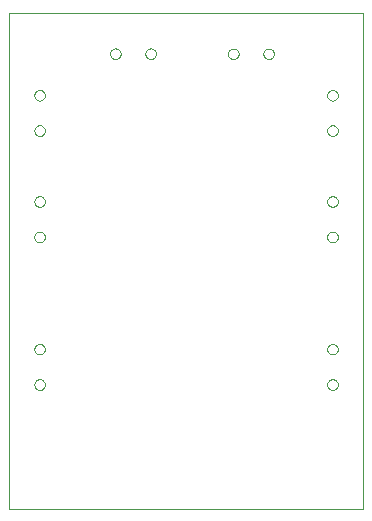
<source format=gko>
G75*
G70*
%OFA0B0*%
%FSLAX24Y24*%
%IPPOS*%
%LPD*%
%AMOC8*
5,1,8,0,0,1.08239X$1,22.5*
%
%ADD10C,0.0000*%
D10*
X000100Y000100D02*
X000100Y016635D01*
X011911Y016635D01*
X011911Y000100D01*
X000100Y000100D01*
X000947Y004234D02*
X000949Y004260D01*
X000955Y004286D01*
X000965Y004311D01*
X000978Y004334D01*
X000994Y004354D01*
X001014Y004372D01*
X001036Y004387D01*
X001059Y004399D01*
X001085Y004407D01*
X001111Y004411D01*
X001137Y004411D01*
X001163Y004407D01*
X001189Y004399D01*
X001213Y004387D01*
X001234Y004372D01*
X001254Y004354D01*
X001270Y004334D01*
X001283Y004311D01*
X001293Y004286D01*
X001299Y004260D01*
X001301Y004234D01*
X001299Y004208D01*
X001293Y004182D01*
X001283Y004157D01*
X001270Y004134D01*
X001254Y004114D01*
X001234Y004096D01*
X001212Y004081D01*
X001189Y004069D01*
X001163Y004061D01*
X001137Y004057D01*
X001111Y004057D01*
X001085Y004061D01*
X001059Y004069D01*
X001035Y004081D01*
X001014Y004096D01*
X000994Y004114D01*
X000978Y004134D01*
X000965Y004157D01*
X000955Y004182D01*
X000949Y004208D01*
X000947Y004234D01*
X000947Y005415D02*
X000949Y005441D01*
X000955Y005467D01*
X000965Y005492D01*
X000978Y005515D01*
X000994Y005535D01*
X001014Y005553D01*
X001036Y005568D01*
X001059Y005580D01*
X001085Y005588D01*
X001111Y005592D01*
X001137Y005592D01*
X001163Y005588D01*
X001189Y005580D01*
X001213Y005568D01*
X001234Y005553D01*
X001254Y005535D01*
X001270Y005515D01*
X001283Y005492D01*
X001293Y005467D01*
X001299Y005441D01*
X001301Y005415D01*
X001299Y005389D01*
X001293Y005363D01*
X001283Y005338D01*
X001270Y005315D01*
X001254Y005295D01*
X001234Y005277D01*
X001212Y005262D01*
X001189Y005250D01*
X001163Y005242D01*
X001137Y005238D01*
X001111Y005238D01*
X001085Y005242D01*
X001059Y005250D01*
X001035Y005262D01*
X001014Y005277D01*
X000994Y005295D01*
X000978Y005315D01*
X000965Y005338D01*
X000955Y005363D01*
X000949Y005389D01*
X000947Y005415D01*
X000947Y009155D02*
X000949Y009181D01*
X000955Y009207D01*
X000965Y009232D01*
X000978Y009255D01*
X000994Y009275D01*
X001014Y009293D01*
X001036Y009308D01*
X001059Y009320D01*
X001085Y009328D01*
X001111Y009332D01*
X001137Y009332D01*
X001163Y009328D01*
X001189Y009320D01*
X001213Y009308D01*
X001234Y009293D01*
X001254Y009275D01*
X001270Y009255D01*
X001283Y009232D01*
X001293Y009207D01*
X001299Y009181D01*
X001301Y009155D01*
X001299Y009129D01*
X001293Y009103D01*
X001283Y009078D01*
X001270Y009055D01*
X001254Y009035D01*
X001234Y009017D01*
X001212Y009002D01*
X001189Y008990D01*
X001163Y008982D01*
X001137Y008978D01*
X001111Y008978D01*
X001085Y008982D01*
X001059Y008990D01*
X001035Y009002D01*
X001014Y009017D01*
X000994Y009035D01*
X000978Y009055D01*
X000965Y009078D01*
X000955Y009103D01*
X000949Y009129D01*
X000947Y009155D01*
X000947Y010336D02*
X000949Y010362D01*
X000955Y010388D01*
X000965Y010413D01*
X000978Y010436D01*
X000994Y010456D01*
X001014Y010474D01*
X001036Y010489D01*
X001059Y010501D01*
X001085Y010509D01*
X001111Y010513D01*
X001137Y010513D01*
X001163Y010509D01*
X001189Y010501D01*
X001213Y010489D01*
X001234Y010474D01*
X001254Y010456D01*
X001270Y010436D01*
X001283Y010413D01*
X001293Y010388D01*
X001299Y010362D01*
X001301Y010336D01*
X001299Y010310D01*
X001293Y010284D01*
X001283Y010259D01*
X001270Y010236D01*
X001254Y010216D01*
X001234Y010198D01*
X001212Y010183D01*
X001189Y010171D01*
X001163Y010163D01*
X001137Y010159D01*
X001111Y010159D01*
X001085Y010163D01*
X001059Y010171D01*
X001035Y010183D01*
X001014Y010198D01*
X000994Y010216D01*
X000978Y010236D01*
X000965Y010259D01*
X000955Y010284D01*
X000949Y010310D01*
X000947Y010336D01*
X000947Y012698D02*
X000949Y012724D01*
X000955Y012750D01*
X000965Y012775D01*
X000978Y012798D01*
X000994Y012818D01*
X001014Y012836D01*
X001036Y012851D01*
X001059Y012863D01*
X001085Y012871D01*
X001111Y012875D01*
X001137Y012875D01*
X001163Y012871D01*
X001189Y012863D01*
X001213Y012851D01*
X001234Y012836D01*
X001254Y012818D01*
X001270Y012798D01*
X001283Y012775D01*
X001293Y012750D01*
X001299Y012724D01*
X001301Y012698D01*
X001299Y012672D01*
X001293Y012646D01*
X001283Y012621D01*
X001270Y012598D01*
X001254Y012578D01*
X001234Y012560D01*
X001212Y012545D01*
X001189Y012533D01*
X001163Y012525D01*
X001137Y012521D01*
X001111Y012521D01*
X001085Y012525D01*
X001059Y012533D01*
X001035Y012545D01*
X001014Y012560D01*
X000994Y012578D01*
X000978Y012598D01*
X000965Y012621D01*
X000955Y012646D01*
X000949Y012672D01*
X000947Y012698D01*
X000947Y013880D02*
X000949Y013906D01*
X000955Y013932D01*
X000965Y013957D01*
X000978Y013980D01*
X000994Y014000D01*
X001014Y014018D01*
X001036Y014033D01*
X001059Y014045D01*
X001085Y014053D01*
X001111Y014057D01*
X001137Y014057D01*
X001163Y014053D01*
X001189Y014045D01*
X001213Y014033D01*
X001234Y014018D01*
X001254Y014000D01*
X001270Y013980D01*
X001283Y013957D01*
X001293Y013932D01*
X001299Y013906D01*
X001301Y013880D01*
X001299Y013854D01*
X001293Y013828D01*
X001283Y013803D01*
X001270Y013780D01*
X001254Y013760D01*
X001234Y013742D01*
X001212Y013727D01*
X001189Y013715D01*
X001163Y013707D01*
X001137Y013703D01*
X001111Y013703D01*
X001085Y013707D01*
X001059Y013715D01*
X001035Y013727D01*
X001014Y013742D01*
X000994Y013760D01*
X000978Y013780D01*
X000965Y013803D01*
X000955Y013828D01*
X000949Y013854D01*
X000947Y013880D01*
X003470Y015261D02*
X003472Y015287D01*
X003478Y015313D01*
X003488Y015338D01*
X003501Y015361D01*
X003517Y015381D01*
X003537Y015399D01*
X003559Y015414D01*
X003582Y015426D01*
X003608Y015434D01*
X003634Y015438D01*
X003660Y015438D01*
X003686Y015434D01*
X003712Y015426D01*
X003736Y015414D01*
X003757Y015399D01*
X003777Y015381D01*
X003793Y015361D01*
X003806Y015338D01*
X003816Y015313D01*
X003822Y015287D01*
X003824Y015261D01*
X003822Y015235D01*
X003816Y015209D01*
X003806Y015184D01*
X003793Y015161D01*
X003777Y015141D01*
X003757Y015123D01*
X003735Y015108D01*
X003712Y015096D01*
X003686Y015088D01*
X003660Y015084D01*
X003634Y015084D01*
X003608Y015088D01*
X003582Y015096D01*
X003558Y015108D01*
X003537Y015123D01*
X003517Y015141D01*
X003501Y015161D01*
X003488Y015184D01*
X003478Y015209D01*
X003472Y015235D01*
X003470Y015261D01*
X004651Y015261D02*
X004653Y015287D01*
X004659Y015313D01*
X004669Y015338D01*
X004682Y015361D01*
X004698Y015381D01*
X004718Y015399D01*
X004740Y015414D01*
X004763Y015426D01*
X004789Y015434D01*
X004815Y015438D01*
X004841Y015438D01*
X004867Y015434D01*
X004893Y015426D01*
X004917Y015414D01*
X004938Y015399D01*
X004958Y015381D01*
X004974Y015361D01*
X004987Y015338D01*
X004997Y015313D01*
X005003Y015287D01*
X005005Y015261D01*
X005003Y015235D01*
X004997Y015209D01*
X004987Y015184D01*
X004974Y015161D01*
X004958Y015141D01*
X004938Y015123D01*
X004916Y015108D01*
X004893Y015096D01*
X004867Y015088D01*
X004841Y015084D01*
X004815Y015084D01*
X004789Y015088D01*
X004763Y015096D01*
X004739Y015108D01*
X004718Y015123D01*
X004698Y015141D01*
X004682Y015161D01*
X004669Y015184D01*
X004659Y015209D01*
X004653Y015235D01*
X004651Y015261D01*
X007403Y015257D02*
X007405Y015283D01*
X007411Y015309D01*
X007421Y015334D01*
X007434Y015357D01*
X007450Y015377D01*
X007470Y015395D01*
X007492Y015410D01*
X007515Y015422D01*
X007541Y015430D01*
X007567Y015434D01*
X007593Y015434D01*
X007619Y015430D01*
X007645Y015422D01*
X007669Y015410D01*
X007690Y015395D01*
X007710Y015377D01*
X007726Y015357D01*
X007739Y015334D01*
X007749Y015309D01*
X007755Y015283D01*
X007757Y015257D01*
X007755Y015231D01*
X007749Y015205D01*
X007739Y015180D01*
X007726Y015157D01*
X007710Y015137D01*
X007690Y015119D01*
X007668Y015104D01*
X007645Y015092D01*
X007619Y015084D01*
X007593Y015080D01*
X007567Y015080D01*
X007541Y015084D01*
X007515Y015092D01*
X007491Y015104D01*
X007470Y015119D01*
X007450Y015137D01*
X007434Y015157D01*
X007421Y015180D01*
X007411Y015205D01*
X007405Y015231D01*
X007403Y015257D01*
X008584Y015257D02*
X008586Y015283D01*
X008592Y015309D01*
X008602Y015334D01*
X008615Y015357D01*
X008631Y015377D01*
X008651Y015395D01*
X008673Y015410D01*
X008696Y015422D01*
X008722Y015430D01*
X008748Y015434D01*
X008774Y015434D01*
X008800Y015430D01*
X008826Y015422D01*
X008850Y015410D01*
X008871Y015395D01*
X008891Y015377D01*
X008907Y015357D01*
X008920Y015334D01*
X008930Y015309D01*
X008936Y015283D01*
X008938Y015257D01*
X008936Y015231D01*
X008930Y015205D01*
X008920Y015180D01*
X008907Y015157D01*
X008891Y015137D01*
X008871Y015119D01*
X008849Y015104D01*
X008826Y015092D01*
X008800Y015084D01*
X008774Y015080D01*
X008748Y015080D01*
X008722Y015084D01*
X008696Y015092D01*
X008672Y015104D01*
X008651Y015119D01*
X008631Y015137D01*
X008615Y015157D01*
X008602Y015180D01*
X008592Y015205D01*
X008586Y015231D01*
X008584Y015257D01*
X010710Y013880D02*
X010712Y013906D01*
X010718Y013932D01*
X010728Y013957D01*
X010741Y013980D01*
X010757Y014000D01*
X010777Y014018D01*
X010799Y014033D01*
X010822Y014045D01*
X010848Y014053D01*
X010874Y014057D01*
X010900Y014057D01*
X010926Y014053D01*
X010952Y014045D01*
X010976Y014033D01*
X010997Y014018D01*
X011017Y014000D01*
X011033Y013980D01*
X011046Y013957D01*
X011056Y013932D01*
X011062Y013906D01*
X011064Y013880D01*
X011062Y013854D01*
X011056Y013828D01*
X011046Y013803D01*
X011033Y013780D01*
X011017Y013760D01*
X010997Y013742D01*
X010975Y013727D01*
X010952Y013715D01*
X010926Y013707D01*
X010900Y013703D01*
X010874Y013703D01*
X010848Y013707D01*
X010822Y013715D01*
X010798Y013727D01*
X010777Y013742D01*
X010757Y013760D01*
X010741Y013780D01*
X010728Y013803D01*
X010718Y013828D01*
X010712Y013854D01*
X010710Y013880D01*
X010710Y012698D02*
X010712Y012724D01*
X010718Y012750D01*
X010728Y012775D01*
X010741Y012798D01*
X010757Y012818D01*
X010777Y012836D01*
X010799Y012851D01*
X010822Y012863D01*
X010848Y012871D01*
X010874Y012875D01*
X010900Y012875D01*
X010926Y012871D01*
X010952Y012863D01*
X010976Y012851D01*
X010997Y012836D01*
X011017Y012818D01*
X011033Y012798D01*
X011046Y012775D01*
X011056Y012750D01*
X011062Y012724D01*
X011064Y012698D01*
X011062Y012672D01*
X011056Y012646D01*
X011046Y012621D01*
X011033Y012598D01*
X011017Y012578D01*
X010997Y012560D01*
X010975Y012545D01*
X010952Y012533D01*
X010926Y012525D01*
X010900Y012521D01*
X010874Y012521D01*
X010848Y012525D01*
X010822Y012533D01*
X010798Y012545D01*
X010777Y012560D01*
X010757Y012578D01*
X010741Y012598D01*
X010728Y012621D01*
X010718Y012646D01*
X010712Y012672D01*
X010710Y012698D01*
X010710Y010336D02*
X010712Y010362D01*
X010718Y010388D01*
X010728Y010413D01*
X010741Y010436D01*
X010757Y010456D01*
X010777Y010474D01*
X010799Y010489D01*
X010822Y010501D01*
X010848Y010509D01*
X010874Y010513D01*
X010900Y010513D01*
X010926Y010509D01*
X010952Y010501D01*
X010976Y010489D01*
X010997Y010474D01*
X011017Y010456D01*
X011033Y010436D01*
X011046Y010413D01*
X011056Y010388D01*
X011062Y010362D01*
X011064Y010336D01*
X011062Y010310D01*
X011056Y010284D01*
X011046Y010259D01*
X011033Y010236D01*
X011017Y010216D01*
X010997Y010198D01*
X010975Y010183D01*
X010952Y010171D01*
X010926Y010163D01*
X010900Y010159D01*
X010874Y010159D01*
X010848Y010163D01*
X010822Y010171D01*
X010798Y010183D01*
X010777Y010198D01*
X010757Y010216D01*
X010741Y010236D01*
X010728Y010259D01*
X010718Y010284D01*
X010712Y010310D01*
X010710Y010336D01*
X010710Y009155D02*
X010712Y009181D01*
X010718Y009207D01*
X010728Y009232D01*
X010741Y009255D01*
X010757Y009275D01*
X010777Y009293D01*
X010799Y009308D01*
X010822Y009320D01*
X010848Y009328D01*
X010874Y009332D01*
X010900Y009332D01*
X010926Y009328D01*
X010952Y009320D01*
X010976Y009308D01*
X010997Y009293D01*
X011017Y009275D01*
X011033Y009255D01*
X011046Y009232D01*
X011056Y009207D01*
X011062Y009181D01*
X011064Y009155D01*
X011062Y009129D01*
X011056Y009103D01*
X011046Y009078D01*
X011033Y009055D01*
X011017Y009035D01*
X010997Y009017D01*
X010975Y009002D01*
X010952Y008990D01*
X010926Y008982D01*
X010900Y008978D01*
X010874Y008978D01*
X010848Y008982D01*
X010822Y008990D01*
X010798Y009002D01*
X010777Y009017D01*
X010757Y009035D01*
X010741Y009055D01*
X010728Y009078D01*
X010718Y009103D01*
X010712Y009129D01*
X010710Y009155D01*
X010710Y005415D02*
X010712Y005441D01*
X010718Y005467D01*
X010728Y005492D01*
X010741Y005515D01*
X010757Y005535D01*
X010777Y005553D01*
X010799Y005568D01*
X010822Y005580D01*
X010848Y005588D01*
X010874Y005592D01*
X010900Y005592D01*
X010926Y005588D01*
X010952Y005580D01*
X010976Y005568D01*
X010997Y005553D01*
X011017Y005535D01*
X011033Y005515D01*
X011046Y005492D01*
X011056Y005467D01*
X011062Y005441D01*
X011064Y005415D01*
X011062Y005389D01*
X011056Y005363D01*
X011046Y005338D01*
X011033Y005315D01*
X011017Y005295D01*
X010997Y005277D01*
X010975Y005262D01*
X010952Y005250D01*
X010926Y005242D01*
X010900Y005238D01*
X010874Y005238D01*
X010848Y005242D01*
X010822Y005250D01*
X010798Y005262D01*
X010777Y005277D01*
X010757Y005295D01*
X010741Y005315D01*
X010728Y005338D01*
X010718Y005363D01*
X010712Y005389D01*
X010710Y005415D01*
X010710Y004234D02*
X010712Y004260D01*
X010718Y004286D01*
X010728Y004311D01*
X010741Y004334D01*
X010757Y004354D01*
X010777Y004372D01*
X010799Y004387D01*
X010822Y004399D01*
X010848Y004407D01*
X010874Y004411D01*
X010900Y004411D01*
X010926Y004407D01*
X010952Y004399D01*
X010976Y004387D01*
X010997Y004372D01*
X011017Y004354D01*
X011033Y004334D01*
X011046Y004311D01*
X011056Y004286D01*
X011062Y004260D01*
X011064Y004234D01*
X011062Y004208D01*
X011056Y004182D01*
X011046Y004157D01*
X011033Y004134D01*
X011017Y004114D01*
X010997Y004096D01*
X010975Y004081D01*
X010952Y004069D01*
X010926Y004061D01*
X010900Y004057D01*
X010874Y004057D01*
X010848Y004061D01*
X010822Y004069D01*
X010798Y004081D01*
X010777Y004096D01*
X010757Y004114D01*
X010741Y004134D01*
X010728Y004157D01*
X010718Y004182D01*
X010712Y004208D01*
X010710Y004234D01*
M02*

</source>
